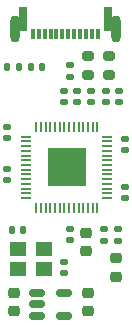
<source format=gbr>
%TF.GenerationSoftware,KiCad,Pcbnew,7.0.9*%
%TF.CreationDate,2024-01-15T07:30:31+01:00*%
%TF.ProjectId,usb_dongle_hw,7573625f-646f-46e6-976c-655f68772e6b,rev?*%
%TF.SameCoordinates,Original*%
%TF.FileFunction,Soldermask,Top*%
%TF.FilePolarity,Negative*%
%FSLAX46Y46*%
G04 Gerber Fmt 4.6, Leading zero omitted, Abs format (unit mm)*
G04 Created by KiCad (PCBNEW 7.0.9) date 2024-01-15 07:30:31*
%MOMM*%
%LPD*%
G01*
G04 APERTURE LIST*
G04 Aperture macros list*
%AMRoundRect*
0 Rectangle with rounded corners*
0 $1 Rounding radius*
0 $2 $3 $4 $5 $6 $7 $8 $9 X,Y pos of 4 corners*
0 Add a 4 corners polygon primitive as box body*
4,1,4,$2,$3,$4,$5,$6,$7,$8,$9,$2,$3,0*
0 Add four circle primitives for the rounded corners*
1,1,$1+$1,$2,$3*
1,1,$1+$1,$4,$5*
1,1,$1+$1,$6,$7*
1,1,$1+$1,$8,$9*
0 Add four rect primitives between the rounded corners*
20,1,$1+$1,$2,$3,$4,$5,0*
20,1,$1+$1,$4,$5,$6,$7,0*
20,1,$1+$1,$6,$7,$8,$9,0*
20,1,$1+$1,$8,$9,$2,$3,0*%
G04 Aperture macros list end*
%ADD10RoundRect,0.200000X-0.275000X0.200000X-0.275000X-0.200000X0.275000X-0.200000X0.275000X0.200000X0*%
%ADD11RoundRect,0.140000X-0.170000X0.140000X-0.170000X-0.140000X0.170000X-0.140000X0.170000X0.140000X0*%
%ADD12RoundRect,0.225000X-0.250000X0.225000X-0.250000X-0.225000X0.250000X-0.225000X0.250000X0.225000X0*%
%ADD13RoundRect,0.135000X0.185000X-0.135000X0.185000X0.135000X-0.185000X0.135000X-0.185000X-0.135000X0*%
%ADD14RoundRect,0.140000X0.170000X-0.140000X0.170000X0.140000X-0.170000X0.140000X-0.170000X-0.140000X0*%
%ADD15RoundRect,0.050000X-0.387500X-0.050000X0.387500X-0.050000X0.387500X0.050000X-0.387500X0.050000X0*%
%ADD16RoundRect,0.050000X-0.050000X-0.387500X0.050000X-0.387500X0.050000X0.387500X-0.050000X0.387500X0*%
%ADD17R,3.200000X3.200000*%
%ADD18RoundRect,0.135000X-0.135000X-0.185000X0.135000X-0.185000X0.135000X0.185000X-0.135000X0.185000X0*%
%ADD19R,1.400000X1.200000*%
%ADD20R,0.300000X0.900000*%
%ADD21O,0.800000X2.300000*%
%ADD22R,0.800000X2.000000*%
%ADD23RoundRect,0.150000X-0.512500X-0.150000X0.512500X-0.150000X0.512500X0.150000X-0.512500X0.150000X0*%
%ADD24RoundRect,0.140000X-0.140000X-0.170000X0.140000X-0.170000X0.140000X0.170000X-0.140000X0.170000X0*%
%ADD25RoundRect,0.218750X0.256250X-0.218750X0.256250X0.218750X-0.256250X0.218750X-0.256250X-0.218750X0*%
G04 APERTURE END LIST*
D10*
%TO.C,R5*%
X79375000Y-105000000D03*
X79375000Y-106650000D03*
%TD*%
D11*
%TO.C,C8*%
X77851000Y-119662000D03*
X77851000Y-120622000D03*
%TD*%
D12*
%TO.C,C16*%
X79364000Y-125082000D03*
X79364000Y-126632000D03*
%TD*%
D13*
%TO.C,R1*%
X80772000Y-120652000D03*
X80772000Y-119632000D03*
%TD*%
D14*
%TO.C,C2*%
X77343000Y-123416000D03*
X77343000Y-122456000D03*
%TD*%
%TO.C,C14*%
X82042000Y-108938000D03*
X82042000Y-107978000D03*
%TD*%
%TO.C,C10*%
X77343000Y-108938000D03*
X77343000Y-107978000D03*
%TD*%
D12*
%TO.C,C4*%
X79248000Y-120002000D03*
X79248000Y-121552000D03*
%TD*%
D11*
%TO.C,C9*%
X82550000Y-112042000D03*
X82550000Y-113002000D03*
%TD*%
D15*
%TO.C,U1*%
X74156500Y-111835500D03*
X74156500Y-112235500D03*
X74156500Y-112635500D03*
X74156500Y-113035500D03*
X74156500Y-113435500D03*
X74156500Y-113835500D03*
X74156500Y-114235500D03*
X74156500Y-114635500D03*
X74156500Y-115035500D03*
X74156500Y-115435500D03*
X74156500Y-115835500D03*
X74156500Y-116235500D03*
X74156500Y-116635500D03*
X74156500Y-117035500D03*
D16*
X74994000Y-117873000D03*
X75394000Y-117873000D03*
X75794000Y-117873000D03*
X76194000Y-117873000D03*
X76594000Y-117873000D03*
X76994000Y-117873000D03*
X77394000Y-117873000D03*
X77794000Y-117873000D03*
X78194000Y-117873000D03*
X78594000Y-117873000D03*
X78994000Y-117873000D03*
X79394000Y-117873000D03*
X79794000Y-117873000D03*
X80194000Y-117873000D03*
D15*
X81031500Y-117035500D03*
X81031500Y-116635500D03*
X81031500Y-116235500D03*
X81031500Y-115835500D03*
X81031500Y-115435500D03*
X81031500Y-115035500D03*
X81031500Y-114635500D03*
X81031500Y-114235500D03*
X81031500Y-113835500D03*
X81031500Y-113435500D03*
X81031500Y-113035500D03*
X81031500Y-112635500D03*
X81031500Y-112235500D03*
X81031500Y-111835500D03*
D16*
X80194000Y-110998000D03*
X79794000Y-110998000D03*
X79394000Y-110998000D03*
X78994000Y-110998000D03*
X78594000Y-110998000D03*
X78194000Y-110998000D03*
X77794000Y-110998000D03*
X77394000Y-110998000D03*
X76994000Y-110998000D03*
X76594000Y-110998000D03*
X76194000Y-110998000D03*
X75794000Y-110998000D03*
X75394000Y-110998000D03*
X74994000Y-110998000D03*
D17*
X77594000Y-114435500D03*
%TD*%
D12*
%TO.C,C15*%
X73152000Y-125082000D03*
X73152000Y-126632000D03*
%TD*%
D18*
%TO.C,R3*%
X72515000Y-105922000D03*
X73535000Y-105922000D03*
%TD*%
D19*
%TO.C,Y1*%
X75692000Y-121313000D03*
X73492000Y-121313000D03*
X73492000Y-123013000D03*
X75692000Y-123013000D03*
%TD*%
D14*
%TO.C,C13*%
X72517000Y-111958000D03*
X72517000Y-110998000D03*
%TD*%
D20*
%TO.C,J1*%
X74720000Y-103108000D03*
X75220000Y-103108000D03*
X75720000Y-103108000D03*
X76220000Y-103108000D03*
X78720000Y-103108000D03*
X79220000Y-103108000D03*
X79720000Y-103108000D03*
X80220000Y-103108000D03*
X78220000Y-103108000D03*
X77720000Y-103108000D03*
X77220000Y-103108000D03*
X76720000Y-103108000D03*
D21*
X81745000Y-102708000D03*
D22*
X81045000Y-101908000D03*
X73895000Y-101908000D03*
D21*
X73195000Y-102708000D03*
%TD*%
D14*
%TO.C,C5*%
X80899000Y-108938000D03*
X80899000Y-107978000D03*
%TD*%
D11*
%TO.C,C7*%
X82550000Y-116106000D03*
X82550000Y-117066000D03*
%TD*%
D23*
%TO.C,U3*%
X75057000Y-125095000D03*
X75057000Y-126045000D03*
X75057000Y-126995000D03*
X77332000Y-126995000D03*
X77332000Y-125095000D03*
%TD*%
D14*
%TO.C,C12*%
X72517000Y-115542000D03*
X72517000Y-114582000D03*
%TD*%
%TO.C,C6*%
X78486000Y-108938000D03*
X78486000Y-107978000D03*
%TD*%
D24*
%TO.C,C11*%
X74577000Y-105922000D03*
X75537000Y-105922000D03*
%TD*%
D13*
%TO.C,R4*%
X77851000Y-106809000D03*
X77851000Y-105789000D03*
%TD*%
D24*
%TO.C,C1*%
X72926000Y-119761000D03*
X73886000Y-119761000D03*
%TD*%
D14*
%TO.C,C3*%
X79629000Y-108938000D03*
X79629000Y-107978000D03*
%TD*%
D10*
%TO.C,R6*%
X81153000Y-105000000D03*
X81153000Y-106650000D03*
%TD*%
D13*
%TO.C,R2*%
X81915000Y-120652000D03*
X81915000Y-119632000D03*
%TD*%
D25*
%TO.C,D1*%
X81788000Y-123723500D03*
X81788000Y-122148500D03*
%TD*%
M02*

</source>
